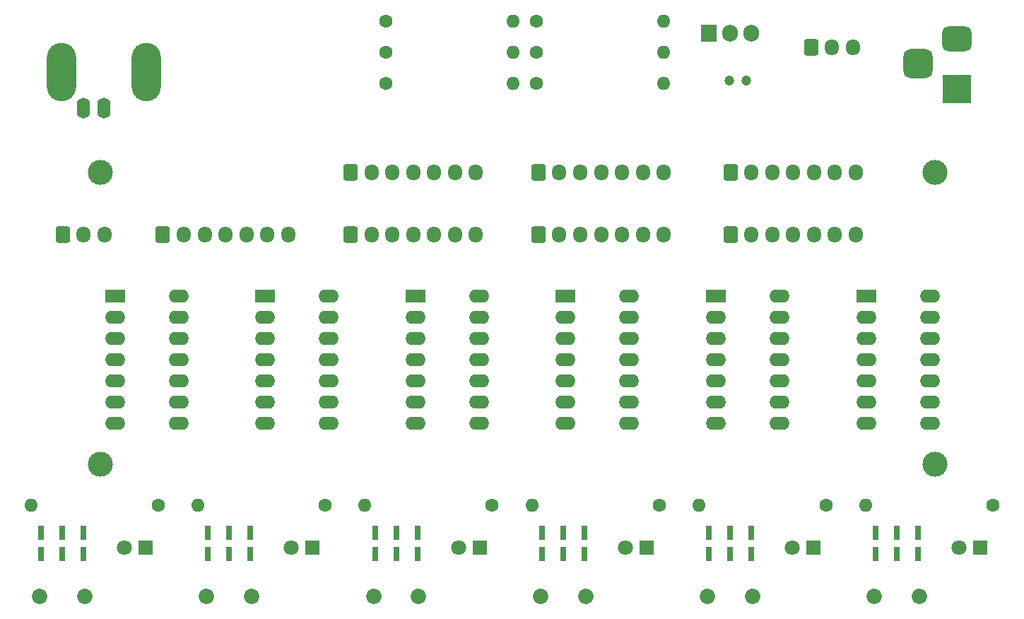
<source format=gbr>
%TF.GenerationSoftware,KiCad,Pcbnew,7.0.8*%
%TF.CreationDate,2024-02-11T23:31:44+01:00*%
%TF.ProjectId,BlankingRelay_Base,426c616e-6b69-46e6-9752-656c61795f42,rev?*%
%TF.SameCoordinates,Original*%
%TF.FileFunction,Soldermask,Top*%
%TF.FilePolarity,Negative*%
%FSLAX46Y46*%
G04 Gerber Fmt 4.6, Leading zero omitted, Abs format (unit mm)*
G04 Created by KiCad (PCBNEW 7.0.8) date 2024-02-11 23:31:44*
%MOMM*%
%LPD*%
G01*
G04 APERTURE LIST*
G04 Aperture macros list*
%AMRoundRect*
0 Rectangle with rounded corners*
0 $1 Rounding radius*
0 $2 $3 $4 $5 $6 $7 $8 $9 X,Y pos of 4 corners*
0 Add a 4 corners polygon primitive as box body*
4,1,4,$2,$3,$4,$5,$6,$7,$8,$9,$2,$3,0*
0 Add four circle primitives for the rounded corners*
1,1,$1+$1,$2,$3*
1,1,$1+$1,$4,$5*
1,1,$1+$1,$6,$7*
1,1,$1+$1,$8,$9*
0 Add four rect primitives between the rounded corners*
20,1,$1+$1,$2,$3,$4,$5,0*
20,1,$1+$1,$4,$5,$6,$7,0*
20,1,$1+$1,$6,$7,$8,$9,0*
20,1,$1+$1,$8,$9,$2,$3,0*%
G04 Aperture macros list end*
%ADD10RoundRect,0.250000X-0.600000X-0.725000X0.600000X-0.725000X0.600000X0.725000X-0.600000X0.725000X0*%
%ADD11O,1.700000X1.950000*%
%ADD12R,3.500000X3.500000*%
%ADD13RoundRect,0.750000X-1.000000X0.750000X-1.000000X-0.750000X1.000000X-0.750000X1.000000X0.750000X0*%
%ADD14RoundRect,0.875000X-0.875000X0.875000X-0.875000X-0.875000X0.875000X-0.875000X0.875000X0.875000X0*%
%ADD15O,2.400000X1.600000*%
%ADD16R,2.400000X1.600000*%
%ADD17C,1.850000*%
%ADD18R,0.750000X1.750000*%
%ADD19O,1.600000X1.600000*%
%ADD20C,1.600000*%
%ADD21O,1.905000X2.000000*%
%ADD22R,1.905000X2.000000*%
%ADD23C,3.000000*%
%ADD24C,1.200000*%
%ADD25C,1.800000*%
%ADD26R,1.800000X1.800000*%
%ADD27O,1.600200X2.499360*%
%ADD28O,3.500120X7.000240*%
G04 APERTURE END LIST*
D10*
%TO.C,J11*%
X55500000Y-77500000D03*
D11*
X58000000Y-77500000D03*
X60500000Y-77500000D03*
%TD*%
D10*
%TO.C,J6*%
X112500000Y-77500000D03*
D11*
X115000000Y-77500000D03*
X117500000Y-77500000D03*
X120000000Y-77500000D03*
X122500000Y-77500000D03*
X125000000Y-77500000D03*
X127500000Y-77500000D03*
%TD*%
%TO.C,J3*%
X82500000Y-77500000D03*
X80000000Y-77500000D03*
X77500000Y-77500000D03*
X75000000Y-77500000D03*
X72500000Y-77500000D03*
X70000000Y-77500000D03*
D10*
X67500000Y-77500000D03*
%TD*%
D12*
%TO.C,J10*%
X162650000Y-60000000D03*
D13*
X162650000Y-54000000D03*
D14*
X157950000Y-57000000D03*
%TD*%
D15*
%TO.C,U6*%
X159370000Y-84850000D03*
X159370000Y-87390000D03*
X159370000Y-89930000D03*
X159370000Y-92470000D03*
X159370000Y-95010000D03*
X159370000Y-97550000D03*
X159370000Y-100090000D03*
X151750000Y-100090000D03*
X151750000Y-97550000D03*
X151750000Y-95010000D03*
X151750000Y-92470000D03*
X151750000Y-89930000D03*
X151750000Y-87390000D03*
D16*
X151750000Y-84850000D03*
%TD*%
D15*
%TO.C,U4*%
X123370000Y-84850000D03*
X123370000Y-87390000D03*
X123370000Y-89930000D03*
X123370000Y-92470000D03*
X123370000Y-95010000D03*
X123370000Y-97550000D03*
X123370000Y-100090000D03*
X115750000Y-100090000D03*
X115750000Y-97550000D03*
X115750000Y-95010000D03*
X115750000Y-92470000D03*
X115750000Y-89930000D03*
X115750000Y-87390000D03*
D16*
X115750000Y-84850000D03*
%TD*%
D10*
%TO.C,J4*%
X90000000Y-77500000D03*
D11*
X92500000Y-77500000D03*
X95000000Y-77500000D03*
X97500000Y-77500000D03*
X100000000Y-77500000D03*
X102500000Y-77500000D03*
X105000000Y-77500000D03*
%TD*%
D10*
%TO.C,J7*%
X112500000Y-70000000D03*
D11*
X115000000Y-70000000D03*
X117500000Y-70000000D03*
X120000000Y-70000000D03*
X122500000Y-70000000D03*
X125000000Y-70000000D03*
X127500000Y-70000000D03*
%TD*%
D10*
%TO.C,J8*%
X135500000Y-77500000D03*
D11*
X138000000Y-77500000D03*
X140500000Y-77500000D03*
X143000000Y-77500000D03*
X145500000Y-77500000D03*
X148000000Y-77500000D03*
X150500000Y-77500000D03*
%TD*%
%TO.C,J5*%
X105000000Y-70000000D03*
X102500000Y-70000000D03*
X100000000Y-70000000D03*
X97500000Y-70000000D03*
X95000000Y-70000000D03*
X92500000Y-70000000D03*
D10*
X90000000Y-70000000D03*
%TD*%
D15*
%TO.C,U5*%
X141370000Y-84850000D03*
X141370000Y-87390000D03*
X141370000Y-89930000D03*
X141370000Y-92470000D03*
X141370000Y-95010000D03*
X141370000Y-97550000D03*
X141370000Y-100090000D03*
X133750000Y-100090000D03*
X133750000Y-97550000D03*
X133750000Y-95010000D03*
X133750000Y-92470000D03*
X133750000Y-89930000D03*
X133750000Y-87390000D03*
D16*
X133750000Y-84850000D03*
%TD*%
D15*
%TO.C,U2*%
X87370000Y-84850000D03*
X87370000Y-87390000D03*
X87370000Y-89930000D03*
X87370000Y-92470000D03*
X87370000Y-95010000D03*
X87370000Y-97550000D03*
X87370000Y-100090000D03*
X79750000Y-100090000D03*
X79750000Y-97550000D03*
X79750000Y-95010000D03*
X79750000Y-92470000D03*
X79750000Y-89930000D03*
X79750000Y-87390000D03*
D16*
X79750000Y-84850000D03*
%TD*%
D15*
%TO.C,U1*%
X69370000Y-84850000D03*
X69370000Y-87390000D03*
X69370000Y-89930000D03*
X69370000Y-92470000D03*
X69370000Y-95010000D03*
X69370000Y-97550000D03*
X69370000Y-100090000D03*
X61750000Y-100090000D03*
X61750000Y-97550000D03*
X61750000Y-95010000D03*
X61750000Y-92470000D03*
X61750000Y-89930000D03*
X61750000Y-87390000D03*
D16*
X61750000Y-84850000D03*
%TD*%
D17*
%TO.C,Switch4*%
X118150000Y-120850000D03*
X112750000Y-120850000D03*
D18*
X117990000Y-115770000D03*
X115450000Y-115770000D03*
X112910000Y-115770000D03*
X117990000Y-113230000D03*
X115450000Y-113230000D03*
X112910000Y-113230000D03*
%TD*%
D19*
%TO.C,R6*%
X151710000Y-109950000D03*
D20*
X166950000Y-109950000D03*
%TD*%
D21*
%TO.C,U7*%
X137950000Y-53350000D03*
X135410000Y-53350000D03*
D22*
X132870000Y-53350000D03*
%TD*%
D19*
%TO.C,R12*%
X109430000Y-51950000D03*
D20*
X94190000Y-51950000D03*
%TD*%
D19*
%TO.C,R11*%
X127470000Y-59350000D03*
D20*
X112230000Y-59350000D03*
%TD*%
D19*
%TO.C,R10*%
X109450000Y-55650000D03*
D20*
X94210000Y-55650000D03*
%TD*%
%TO.C,R9*%
X112230000Y-55650000D03*
D19*
X127470000Y-55650000D03*
%TD*%
%TO.C,R8*%
X109470000Y-59350000D03*
D20*
X94230000Y-59350000D03*
%TD*%
%TO.C,R7*%
X112230000Y-51950000D03*
D19*
X127470000Y-51950000D03*
%TD*%
D11*
%TO.C,J1*%
X150150000Y-55050000D03*
X147650000Y-55050000D03*
D10*
X145150000Y-55050000D03*
%TD*%
D23*
%TO.C,H4*%
X60000000Y-70000000D03*
%TD*%
%TO.C,H3*%
X160000000Y-70000000D03*
%TD*%
%TO.C,H2*%
X160000000Y-105000000D03*
%TD*%
%TO.C,H1*%
X60000000Y-105000000D03*
%TD*%
D24*
%TO.C,C1*%
X137400000Y-59050000D03*
X135400000Y-59050000D03*
%TD*%
D20*
%TO.C,R2*%
X86950000Y-109950000D03*
D19*
X71710000Y-109950000D03*
%TD*%
D25*
%TO.C,D2*%
X82910000Y-114950000D03*
D26*
X85450000Y-114950000D03*
%TD*%
D17*
%TO.C,Switch5*%
X138150000Y-120850000D03*
X132750000Y-120850000D03*
D18*
X137990000Y-115770000D03*
X135450000Y-115770000D03*
X132910000Y-115770000D03*
X137990000Y-113230000D03*
X135450000Y-113230000D03*
X132910000Y-113230000D03*
%TD*%
D25*
%TO.C,D5*%
X142910000Y-114950000D03*
D26*
X145450000Y-114950000D03*
%TD*%
D25*
%TO.C,D6*%
X162910000Y-114950000D03*
D26*
X165450000Y-114950000D03*
%TD*%
D27*
%TO.C,J2*%
X60450000Y-62301050D03*
X57950640Y-62301050D03*
D28*
X65550320Y-58036390D03*
X55352220Y-58036390D03*
%TD*%
D17*
%TO.C,Switch2*%
X78150000Y-120850000D03*
X72750000Y-120850000D03*
D18*
X77990000Y-115770000D03*
X75450000Y-115770000D03*
X72910000Y-115770000D03*
X77990000Y-113230000D03*
X75450000Y-113230000D03*
X72910000Y-113230000D03*
%TD*%
D17*
%TO.C,Switch3*%
X98150000Y-120850000D03*
X92750000Y-120850000D03*
D18*
X97990000Y-115770000D03*
X95450000Y-115770000D03*
X92910000Y-115770000D03*
X97990000Y-113230000D03*
X95450000Y-113230000D03*
X92910000Y-113230000D03*
%TD*%
D20*
%TO.C,R4*%
X126950000Y-109950000D03*
D19*
X111710000Y-109950000D03*
%TD*%
%TO.C,R3*%
X91710000Y-109950000D03*
D20*
X106950000Y-109950000D03*
%TD*%
D25*
%TO.C,D1*%
X62910000Y-114950000D03*
D26*
X65450000Y-114950000D03*
%TD*%
D19*
%TO.C,R5*%
X131710000Y-109950000D03*
D20*
X146950000Y-109950000D03*
%TD*%
D17*
%TO.C,Switch1*%
X58150000Y-120850000D03*
X52750000Y-120850000D03*
D18*
X57990000Y-115770000D03*
X55450000Y-115770000D03*
X52910000Y-115770000D03*
X57990000Y-113230000D03*
X55450000Y-113230000D03*
X52910000Y-113230000D03*
%TD*%
D10*
%TO.C,J9*%
X135500000Y-70000000D03*
D11*
X138000000Y-70000000D03*
X140500000Y-70000000D03*
X143000000Y-70000000D03*
X145500000Y-70000000D03*
X148000000Y-70000000D03*
X150500000Y-70000000D03*
%TD*%
D25*
%TO.C,D4*%
X122910000Y-114950000D03*
D26*
X125450000Y-114950000D03*
%TD*%
D17*
%TO.C,Switch6*%
X158150000Y-120850000D03*
X152750000Y-120850000D03*
D18*
X157990000Y-115770000D03*
X155450000Y-115770000D03*
X152910000Y-115770000D03*
X157990000Y-113230000D03*
X155450000Y-113230000D03*
X152910000Y-113230000D03*
%TD*%
D25*
%TO.C,D3*%
X102910000Y-114950000D03*
D26*
X105450000Y-114950000D03*
%TD*%
D15*
%TO.C,U3*%
X105370000Y-84850000D03*
X105370000Y-87390000D03*
X105370000Y-89930000D03*
X105370000Y-92470000D03*
X105370000Y-95010000D03*
X105370000Y-97550000D03*
X105370000Y-100090000D03*
X97750000Y-100090000D03*
X97750000Y-97550000D03*
X97750000Y-95010000D03*
X97750000Y-92470000D03*
X97750000Y-89930000D03*
X97750000Y-87390000D03*
D16*
X97750000Y-84850000D03*
%TD*%
D20*
%TO.C,R1*%
X66950000Y-109950000D03*
D19*
X51710000Y-109950000D03*
%TD*%
M02*

</source>
